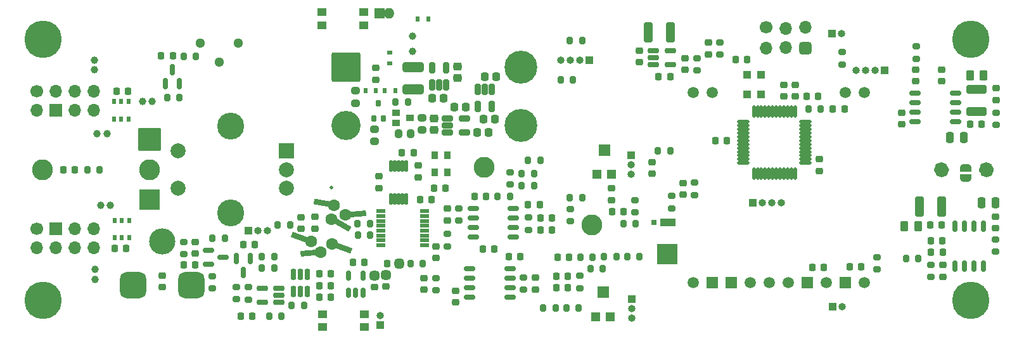
<source format=gbr>
%TF.GenerationSoftware,KiCad,Pcbnew,(6.0.4-0)*%
%TF.CreationDate,2024-06-09T15:54:22-04:00*%
%TF.ProjectId,SignalSnagger,5369676e-616c-4536-9e61-676765722e6b,rev?*%
%TF.SameCoordinates,Original*%
%TF.FileFunction,Soldermask,Top*%
%TF.FilePolarity,Negative*%
%FSLAX46Y46*%
G04 Gerber Fmt 4.6, Leading zero omitted, Abs format (unit mm)*
G04 Created by KiCad (PCBNEW (6.0.4-0)) date 2024-06-09 15:54:22*
%MOMM*%
%LPD*%
G01*
G04 APERTURE LIST*
G04 Aperture macros list*
%AMRoundRect*
0 Rectangle with rounded corners*
0 $1 Rounding radius*
0 $2 $3 $4 $5 $6 $7 $8 $9 X,Y pos of 4 corners*
0 Add a 4 corners polygon primitive as box body*
4,1,4,$2,$3,$4,$5,$6,$7,$8,$9,$2,$3,0*
0 Add four circle primitives for the rounded corners*
1,1,$1+$1,$2,$3*
1,1,$1+$1,$4,$5*
1,1,$1+$1,$6,$7*
1,1,$1+$1,$8,$9*
0 Add four rect primitives between the rounded corners*
20,1,$1+$1,$2,$3,$4,$5,0*
20,1,$1+$1,$4,$5,$6,$7,0*
20,1,$1+$1,$6,$7,$8,$9,0*
20,1,$1+$1,$8,$9,$2,$3,0*%
%AMRotRect*
0 Rectangle, with rotation*
0 The origin of the aperture is its center*
0 $1 length*
0 $2 width*
0 $3 Rotation angle, in degrees counterclockwise*
0 Add horizontal line*
21,1,$1,$2,0,0,$3*%
%AMFreePoly0*
4,1,22,0.500000,-0.750000,0.000000,-0.750000,0.000000,-0.745033,-0.079941,-0.743568,-0.215256,-0.701293,-0.333266,-0.622738,-0.424486,-0.514219,-0.481581,-0.384460,-0.499164,-0.250000,-0.500000,-0.250000,-0.500000,0.250000,-0.499164,0.250000,-0.499963,0.256109,-0.478152,0.396186,-0.417904,0.524511,-0.324060,0.630769,-0.204165,0.706417,-0.067858,0.745374,0.000000,0.744959,0.000000,0.750000,
0.500000,0.750000,0.500000,-0.750000,0.500000,-0.750000,$1*%
%AMFreePoly1*
4,1,20,0.000000,0.744959,0.073905,0.744508,0.209726,0.703889,0.328688,0.626782,0.421226,0.519385,0.479903,0.390333,0.500000,0.250000,0.500000,-0.250000,0.499851,-0.262216,0.476331,-0.402017,0.414519,-0.529596,0.319384,-0.634700,0.198574,-0.708877,0.061801,-0.746166,0.000000,-0.745033,0.000000,-0.750000,-0.500000,-0.750000,-0.500000,0.750000,0.000000,0.750000,0.000000,0.744959,
0.000000,0.744959,$1*%
G04 Aperture macros list end*
%ADD10C,1.004000*%
%ADD11RoundRect,0.225000X0.250000X-0.225000X0.250000X0.225000X-0.250000X0.225000X-0.250000X-0.225000X0*%
%ADD12C,5.000000*%
%ADD13RoundRect,0.225000X-0.250000X0.225000X-0.250000X-0.225000X0.250000X-0.225000X0.250000X0.225000X0*%
%ADD14R,0.600000X0.700000*%
%ADD15RoundRect,0.225000X-0.225000X-0.250000X0.225000X-0.250000X0.225000X0.250000X-0.225000X0.250000X0*%
%ADD16RoundRect,0.200000X0.275000X-0.200000X0.275000X0.200000X-0.275000X0.200000X-0.275000X-0.200000X0*%
%ADD17RoundRect,0.300000X0.275000X-0.200000X0.275000X0.200000X-0.275000X0.200000X-0.275000X-0.200000X0*%
%ADD18RoundRect,0.200000X-0.275000X0.200000X-0.275000X-0.200000X0.275000X-0.200000X0.275000X0.200000X0*%
%ADD19RoundRect,0.250000X-0.262500X-0.450000X0.262500X-0.450000X0.262500X0.450000X-0.262500X0.450000X0*%
%ADD20RoundRect,0.200000X-0.200000X-0.275000X0.200000X-0.275000X0.200000X0.275000X-0.200000X0.275000X0*%
%ADD21RoundRect,0.200000X0.200000X0.275000X-0.200000X0.275000X-0.200000X-0.275000X0.200000X-0.275000X0*%
%ADD22RoundRect,0.225000X0.225000X0.250000X-0.225000X0.250000X-0.225000X-0.250000X0.225000X-0.250000X0*%
%ADD23C,2.800000*%
%ADD24R,1.000000X1.000000*%
%ADD25O,1.000000X1.000000*%
%ADD26RoundRect,0.250000X-0.325000X-1.100000X0.325000X-1.100000X0.325000X1.100000X-0.325000X1.100000X0*%
%ADD27RoundRect,0.070000X-0.150000X0.700000X-0.150000X-0.700000X0.150000X-0.700000X0.150000X0.700000X0*%
%ADD28RoundRect,0.150000X-0.625000X-0.150000X0.625000X-0.150000X0.625000X0.150000X-0.625000X0.150000X0*%
%ADD29RoundRect,0.250000X-0.250000X-0.475000X0.250000X-0.475000X0.250000X0.475000X-0.250000X0.475000X0*%
%ADD30RoundRect,0.325000X-0.225000X-0.250000X0.225000X-0.250000X0.225000X0.250000X-0.225000X0.250000X0*%
%ADD31RoundRect,0.220000X0.512500X0.150000X-0.512500X0.150000X-0.512500X-0.150000X0.512500X-0.150000X0*%
%ADD32RoundRect,0.150000X0.150000X-0.512500X0.150000X0.512500X-0.150000X0.512500X-0.150000X-0.512500X0*%
%ADD33RoundRect,0.425000X0.225000X0.250000X-0.225000X0.250000X-0.225000X-0.250000X0.225000X-0.250000X0*%
%ADD34R,0.510000X0.700000*%
%ADD35RoundRect,0.250000X-0.150000X0.512500X-0.150000X-0.512500X0.150000X-0.512500X0.150000X0.512500X0*%
%ADD36RoundRect,0.150000X0.150000X-0.587500X0.150000X0.587500X-0.150000X0.587500X-0.150000X-0.587500X0*%
%ADD37RoundRect,0.150000X0.150000X-0.625000X0.150000X0.625000X-0.150000X0.625000X-0.150000X-0.625000X0*%
%ADD38RoundRect,0.325000X-0.250000X0.225000X-0.250000X-0.225000X0.250000X-0.225000X0.250000X0.225000X0*%
%ADD39RoundRect,0.220000X0.150000X-0.512500X0.150000X0.512500X-0.150000X0.512500X-0.150000X-0.512500X0*%
%ADD40R,0.900000X1.000000*%
%ADD41RoundRect,0.250000X0.325000X1.100000X-0.325000X1.100000X-0.325000X-1.100000X0.325000X-1.100000X0*%
%ADD42RoundRect,0.070000X-0.500000X-0.200000X0.500000X-0.200000X0.500000X0.200000X-0.500000X0.200000X0*%
%ADD43RoundRect,0.250000X-0.512500X-0.150000X0.512500X-0.150000X0.512500X0.150000X-0.512500X0.150000X0*%
%ADD44RoundRect,0.145000X0.075000X-0.662500X0.075000X0.662500X-0.075000X0.662500X-0.075000X-0.662500X0*%
%ADD45RoundRect,0.145000X0.662500X-0.075000X0.662500X0.075000X-0.662500X0.075000X-0.662500X-0.075000X0*%
%ADD46RoundRect,0.220000X-0.512500X-0.150000X0.512500X-0.150000X0.512500X0.150000X-0.512500X0.150000X0*%
%ADD47RoundRect,0.100000X-1.400000X-1.400000X1.400000X-1.400000X1.400000X1.400000X-1.400000X1.400000X0*%
%ADD48RoundRect,0.100000X-0.225000X-0.350000X0.225000X-0.350000X0.225000X0.350000X-0.225000X0.350000X0*%
%ADD49RoundRect,0.218750X0.218750X0.256250X-0.218750X0.256250X-0.218750X-0.256250X0.218750X-0.256250X0*%
%ADD50RoundRect,0.325000X0.225000X0.250000X-0.225000X0.250000X-0.225000X-0.250000X0.225000X-0.250000X0*%
%ADD51R,2.800000X2.800000*%
%ADD52RoundRect,0.325000X0.250000X-0.225000X0.250000X0.225000X-0.250000X0.225000X-0.250000X-0.225000X0*%
%ADD53RoundRect,0.250000X0.150000X-0.512500X0.150000X0.512500X-0.150000X0.512500X-0.150000X-0.512500X0*%
%ADD54RoundRect,0.100000X-0.450000X0.350000X-0.450000X-0.350000X0.450000X-0.350000X0.450000X0.350000X0*%
%ADD55R,1.200000X1.000000*%
%ADD56RoundRect,0.425000X-0.250000X0.225000X-0.250000X-0.225000X0.250000X-0.225000X0.250000X0.225000X0*%
%ADD57RoundRect,0.218750X-0.218750X-0.256250X0.218750X-0.256250X0.218750X0.256250X-0.218750X0.256250X0*%
%ADD58R,1.200000X1.200000*%
%ADD59R,1.600000X1.500000*%
%ADD60R,1.000000X1.050000*%
%ADD61RoundRect,0.350000X1.100000X-0.325000X1.100000X0.325000X-1.100000X0.325000X-1.100000X-0.325000X0*%
%ADD62RoundRect,0.150000X-0.587500X-0.150000X0.587500X-0.150000X0.587500X0.150000X-0.587500X0.150000X0*%
%ADD63R,0.700000X0.600000*%
%ADD64RoundRect,0.200000X0.500000X-0.500000X0.500000X0.500000X-0.500000X0.500000X-0.500000X-0.500000X0*%
%ADD65O,1.400000X1.400000*%
%ADD66C,1.000000*%
%ADD67RoundRect,0.250000X1.100000X-0.325000X1.100000X0.325000X-1.100000X0.325000X-1.100000X-0.325000X0*%
%ADD68R,2.000000X1.100000*%
%ADD69R,0.800000X0.800000*%
%ADD70RoundRect,0.150000X-0.150000X0.587500X-0.150000X-0.587500X0.150000X-0.587500X0.150000X0.587500X0*%
%ADD71RoundRect,0.300000X-0.200000X-0.275000X0.200000X-0.275000X0.200000X0.275000X-0.200000X0.275000X0*%
%ADD72FreePoly0,270.000000*%
%ADD73FreePoly1,270.000000*%
%ADD74RoundRect,0.875000X0.875000X-0.875000X0.875000X0.875000X-0.875000X0.875000X-0.875000X-0.875000X0*%
%ADD75O,3.500000X3.500000*%
%ADD76R,2.000000X2.000000*%
%ADD77C,2.000000*%
%ADD78C,3.600000*%
%ADD79C,1.700000*%
%ADD80O,1.700000X1.700000*%
%ADD81RoundRect,0.425000X-0.425000X0.425000X-0.425000X-0.425000X0.425000X-0.425000X0.425000X0.425000X0*%
%ADD82C,1.500000*%
%ADD83R,1.500000X1.500000*%
%ADD84R,1.700000X1.700000*%
%ADD85RotRect,0.750000X3.000000X95.000000*%
%ADD86C,0.500000*%
%ADD87C,1.600000*%
%ADD88RotRect,0.750000X3.000000X80.000000*%
%ADD89RotRect,0.750000X3.000000X70.000000*%
%ADD90RotRect,0.750000X3.000000X60.000000*%
%ADD91C,1.300000*%
%ADD92C,4.400000*%
%ADD93RoundRect,0.250002X-1.699998X1.699998X-1.699998X-1.699998X1.699998X-1.699998X1.699998X1.699998X0*%
%ADD94C,3.900000*%
G04 APERTURE END LIST*
D10*
%TO.C,J301*%
X208502000Y-96186000D02*
G75*
G03*
X208502000Y-96186000I-502000J0D01*
G01*
X202502000Y-96186000D02*
G75*
G03*
X202502000Y-96186000I-502000J0D01*
G01*
%TD*%
D11*
%TO.C,C309*%
X157940000Y-100230000D03*
X157940000Y-98680000D03*
%TD*%
D12*
%TO.C,REF\u002A\u002A*%
X81964000Y-113665000D03*
%TD*%
D13*
%TO.C,C924*%
X137050000Y-112375000D03*
X137050000Y-113925000D03*
%TD*%
D14*
%TO.C,D202*%
X126450000Y-85610000D03*
X125050000Y-85610000D03*
%TD*%
D15*
%TO.C,C902*%
X150525000Y-110390000D03*
X152075000Y-110390000D03*
%TD*%
D16*
%TO.C,R308*%
X161060000Y-101890000D03*
X161060000Y-100240000D03*
%TD*%
D13*
%TO.C,C114*%
X134450000Y-106415000D03*
X134450000Y-107965000D03*
%TD*%
D15*
%TO.C,C310*%
X148420000Y-104260000D03*
X149970000Y-104260000D03*
%TD*%
D17*
%TO.C,R214*%
X126210000Y-92395000D03*
X126210000Y-90745000D03*
%TD*%
D18*
%TO.C,R107*%
X104530000Y-110385000D03*
X104530000Y-112035000D03*
%TD*%
D19*
%TO.C,R320*%
X205797500Y-83560000D03*
X207622500Y-83560000D03*
%TD*%
D11*
%TO.C,C218*%
X167762500Y-82855000D03*
X167762500Y-81305000D03*
%TD*%
D20*
%TO.C,R307*%
X159505000Y-103375000D03*
X161155000Y-103375000D03*
%TD*%
D21*
%TO.C,R109*%
X125635000Y-103360000D03*
X123985000Y-103360000D03*
%TD*%
D22*
%TO.C,C215*%
X186275000Y-109190000D03*
X184725000Y-109190000D03*
%TD*%
D21*
%TO.C,R901*%
X156765000Y-109400000D03*
X155115000Y-109400000D03*
%TD*%
D20*
%TO.C,R314*%
X151865000Y-114620000D03*
X153515000Y-114620000D03*
%TD*%
D23*
%TO.C,J105*%
X96170000Y-96190000D03*
%TD*%
D24*
%TO.C,RV102*%
X109372500Y-104300000D03*
D25*
X110642500Y-104300000D03*
X111912500Y-104300000D03*
%TD*%
D11*
%TO.C,C213*%
X180917901Y-86389599D03*
X180917901Y-84839599D03*
%TD*%
D26*
%TO.C,C211*%
X162795000Y-77780000D03*
X165745000Y-77780000D03*
%TD*%
D16*
%TO.C,R310*%
X144330000Y-98175000D03*
X144330000Y-96525000D03*
%TD*%
D13*
%TO.C,C312*%
X202000000Y-82805000D03*
X202000000Y-84355000D03*
%TD*%
D15*
%TO.C,C313*%
X157955000Y-101795000D03*
X159505000Y-101795000D03*
%TD*%
D20*
%TO.C,R930*%
X156925000Y-107800000D03*
X158575000Y-107800000D03*
%TD*%
%TO.C,R931*%
X159995000Y-107760000D03*
X161645000Y-107760000D03*
%TD*%
D18*
%TO.C,R110*%
X109420000Y-111862500D03*
X109420000Y-113512500D03*
%TD*%
D27*
%TO.C,U202*%
X130435000Y-95650000D03*
X129935000Y-95650000D03*
X129435000Y-95650000D03*
X128935000Y-95650000D03*
X128435000Y-95650000D03*
X128435000Y-100050000D03*
X128935000Y-100050000D03*
X129435000Y-100050000D03*
X129935000Y-100050000D03*
X130435000Y-100050000D03*
%TD*%
D28*
%TO.C,U304*%
X198460000Y-85955000D03*
X198460000Y-87225000D03*
X198460000Y-88495000D03*
X198460000Y-89765000D03*
X203860000Y-89765000D03*
X203860000Y-88495000D03*
X203860000Y-87225000D03*
X203860000Y-85955000D03*
%TD*%
D24*
%TO.C,TP301*%
X160530000Y-94225000D03*
D25*
X160530000Y-95495000D03*
X160530000Y-96765000D03*
%TD*%
D22*
%TO.C,C122*%
X142265000Y-106810000D03*
X140715000Y-106810000D03*
%TD*%
D18*
%TO.C,R911*%
X209230000Y-105505000D03*
X209230000Y-107155000D03*
%TD*%
D20*
%TO.C,R907*%
X197275000Y-108070000D03*
X198925000Y-108070000D03*
%TD*%
D22*
%TO.C,C207*%
X131465000Y-93870000D03*
X129915000Y-93870000D03*
%TD*%
D29*
%TO.C,C912*%
X207330000Y-100630000D03*
X209230000Y-100630000D03*
%TD*%
D20*
%TO.C,R304*%
X145895000Y-98310000D03*
X147545000Y-98310000D03*
%TD*%
D15*
%TO.C,C126*%
X118865000Y-111680000D03*
X120415000Y-111680000D03*
%TD*%
D11*
%TO.C,C901*%
X147740000Y-112155000D03*
X147740000Y-110605000D03*
%TD*%
D13*
%TO.C,C301*%
X163350000Y-95185000D03*
X163350000Y-96735000D03*
%TD*%
D11*
%TO.C,C209*%
X161660000Y-81795000D03*
X161660000Y-80245000D03*
%TD*%
D30*
%TO.C,C224*%
X136915000Y-87780000D03*
X138465000Y-87780000D03*
%TD*%
D15*
%TO.C,C112*%
X132300000Y-100210000D03*
X133850000Y-100210000D03*
%TD*%
D31*
%TO.C,U101*%
X113497500Y-113917500D03*
X113497500Y-112967500D03*
X113497500Y-112017500D03*
X111222500Y-112017500D03*
X111222500Y-113917500D03*
%TD*%
D16*
%TO.C,R121*%
X107800000Y-113505000D03*
X107800000Y-111855000D03*
%TD*%
D15*
%TO.C,C101*%
X84650000Y-96184000D03*
X86200000Y-96184000D03*
%TD*%
D32*
%TO.C,U103*%
X122780000Y-112577500D03*
X123730000Y-112577500D03*
X124680000Y-112577500D03*
X124680000Y-110302500D03*
X122780000Y-110302500D03*
%TD*%
D11*
%TO.C,C212*%
X185637901Y-96339599D03*
X185637901Y-94789599D03*
%TD*%
D13*
%TO.C,C104*%
X97880000Y-110295000D03*
X97880000Y-111845000D03*
%TD*%
D15*
%TO.C,C910*%
X200595000Y-105660000D03*
X202145000Y-105660000D03*
%TD*%
D14*
%TO.C,D206*%
X132030000Y-76060000D03*
X133430000Y-76060000D03*
%TD*%
D23*
%TO.C,J302*%
X140920000Y-95890000D03*
%TD*%
D11*
%TO.C,C322*%
X209310000Y-86845000D03*
X209310000Y-85295000D03*
%TD*%
D33*
%TO.C,C918*%
X129515000Y-108730000D03*
D22*
X127965000Y-108730000D03*
%TD*%
D20*
%TO.C,R101*%
X87875000Y-96184000D03*
X89525000Y-96184000D03*
%TD*%
D34*
%TO.C,U105*%
X91550000Y-105270000D03*
X92500000Y-105270000D03*
X93450000Y-105270000D03*
X93450000Y-102950000D03*
X92500000Y-102950000D03*
X91550000Y-102950000D03*
%TD*%
D28*
%TO.C,U302*%
X139410000Y-101395000D03*
X139410000Y-102665000D03*
X139410000Y-103935000D03*
X139410000Y-105205000D03*
X144810000Y-105205000D03*
X144810000Y-103935000D03*
X144810000Y-102665000D03*
X144810000Y-101395000D03*
%TD*%
D20*
%TO.C,R311*%
X146765000Y-94920000D03*
X148415000Y-94920000D03*
%TD*%
%TO.C,R111*%
X115185000Y-114350000D03*
X116835000Y-114350000D03*
%TD*%
D16*
%TO.C,R103*%
X100730000Y-107455000D03*
X100730000Y-105805000D03*
%TD*%
D15*
%TO.C,C202*%
X171805000Y-92280000D03*
X173355000Y-92280000D03*
%TD*%
D28*
%TO.C,U901*%
X138940000Y-109415000D03*
X138940000Y-110685000D03*
X138940000Y-111955000D03*
X138940000Y-113225000D03*
X144340000Y-113225000D03*
X144340000Y-111955000D03*
X144340000Y-110685000D03*
X144340000Y-109415000D03*
%TD*%
D20*
%TO.C,R916*%
X153760000Y-107840000D03*
X155410000Y-107840000D03*
%TD*%
D16*
%TO.C,R309*%
X169010000Y-99570000D03*
X169010000Y-97920000D03*
%TD*%
D18*
%TO.C,R112*%
X135980000Y-104775000D03*
X135980000Y-106425000D03*
%TD*%
D35*
%TO.C,U207*%
X141910000Y-85432500D03*
X140960000Y-85432500D03*
X140010000Y-85432500D03*
X140010000Y-87707500D03*
X141910000Y-87707500D03*
%TD*%
D20*
%TO.C,R117*%
X142675000Y-99740000D03*
X144325000Y-99740000D03*
%TD*%
D36*
%TO.C,Q101*%
X98300000Y-84717500D03*
X100200000Y-84717500D03*
X99250000Y-82842500D03*
%TD*%
D37*
%TO.C,U902*%
X203795000Y-109090000D03*
X205065000Y-109090000D03*
X206335000Y-109090000D03*
X207605000Y-109090000D03*
X207605000Y-103690000D03*
X206335000Y-103690000D03*
X205065000Y-103690000D03*
X203795000Y-103690000D03*
%TD*%
D13*
%TO.C,C319*%
X196670000Y-88535000D03*
X196670000Y-90085000D03*
%TD*%
D34*
%TO.C,U104*%
X93360000Y-87080000D03*
X92410000Y-87080000D03*
X91460000Y-87080000D03*
X91460000Y-89400000D03*
X92410000Y-89400000D03*
X93360000Y-89400000D03*
%TD*%
D16*
%TO.C,R213*%
X169312500Y-82915000D03*
X169312500Y-81265000D03*
%TD*%
D11*
%TO.C,C217*%
X170842500Y-80745000D03*
X170842500Y-79195000D03*
%TD*%
D17*
%TO.C,R215*%
X123710000Y-87270000D03*
X123710000Y-85620000D03*
%TD*%
D38*
%TO.C,C220*%
X137370000Y-82395000D03*
X137370000Y-83945000D03*
%TD*%
D21*
%TO.C,R207*%
X153975000Y-78960000D03*
X152325000Y-78960000D03*
%TD*%
D16*
%TO.C,R910*%
X200620000Y-110505000D03*
X200620000Y-108855000D03*
%TD*%
D30*
%TO.C,C225*%
X140785000Y-89420000D03*
X142335000Y-89420000D03*
%TD*%
D39*
%TO.C,U106*%
X115370000Y-112457500D03*
X116320000Y-112457500D03*
X117270000Y-112457500D03*
X117270000Y-110182500D03*
X116320000Y-110182500D03*
X115370000Y-110182500D03*
%TD*%
D16*
%TO.C,R915*%
X134490000Y-112305000D03*
X134490000Y-110655000D03*
%TD*%
D11*
%TO.C,C321*%
X198580000Y-84375000D03*
X198580000Y-82825000D03*
%TD*%
D20*
%TO.C,R209*%
X184212901Y-88054599D03*
X185862901Y-88054599D03*
%TD*%
D40*
%TO.C,X202*%
X136000000Y-96510000D03*
X136000000Y-94210000D03*
X134300000Y-94210000D03*
X134300000Y-96510000D03*
%TD*%
D41*
%TO.C,C907*%
X202025000Y-101110000D03*
X199075000Y-101110000D03*
%TD*%
D15*
%TO.C,C117*%
X146755000Y-100880000D03*
X148305000Y-100880000D03*
%TD*%
D22*
%TO.C,C906*%
X202165000Y-107220000D03*
X200615000Y-107220000D03*
%TD*%
D12*
%TO.C,REF\u002A\u002A*%
X205917800Y-113665000D03*
%TD*%
D42*
%TO.C,U102*%
X127105000Y-101710000D03*
X127105000Y-102360000D03*
X127105000Y-103010000D03*
X127105000Y-103660000D03*
X127105000Y-104310000D03*
X127105000Y-104960000D03*
X127105000Y-105610000D03*
X127105000Y-106260000D03*
X132905000Y-106260000D03*
X132905000Y-105610000D03*
X132905000Y-104960000D03*
X132905000Y-104310000D03*
X132905000Y-103660000D03*
X132905000Y-103010000D03*
X132905000Y-102360000D03*
X132905000Y-101710000D03*
%TD*%
D21*
%TO.C,R201*%
X130705000Y-87150000D03*
X129055000Y-87150000D03*
%TD*%
D19*
%TO.C,R909*%
X197057500Y-103770000D03*
X198882500Y-103770000D03*
%TD*%
D13*
%TO.C,C116*%
X135940000Y-101395000D03*
X135940000Y-102945000D03*
%TD*%
D22*
%TO.C,C102*%
X99285000Y-80980000D03*
X97735000Y-80980000D03*
%TD*%
D11*
%TO.C,C106*%
X116420000Y-104055000D03*
X116420000Y-102505000D03*
%TD*%
D43*
%TO.C,U206*%
X135982500Y-89330000D03*
X135982500Y-90280000D03*
X135982500Y-91230000D03*
X138257500Y-91230000D03*
X138257500Y-89330000D03*
%TD*%
D21*
%TO.C,R105*%
X106255000Y-105340000D03*
X104605000Y-105340000D03*
%TD*%
D44*
%TO.C,U201*%
X176927901Y-96697099D03*
X177427901Y-96697099D03*
X177927901Y-96697099D03*
X178427901Y-96697099D03*
X178927901Y-96697099D03*
X179427901Y-96697099D03*
X179927901Y-96697099D03*
X180427901Y-96697099D03*
X180927901Y-96697099D03*
X181427901Y-96697099D03*
X181927901Y-96697099D03*
X182427901Y-96697099D03*
D45*
X183840401Y-95284599D03*
X183840401Y-94784599D03*
X183840401Y-94284599D03*
X183840401Y-93784599D03*
X183840401Y-93284599D03*
X183840401Y-92784599D03*
X183840401Y-92284599D03*
X183840401Y-91784599D03*
X183840401Y-91284599D03*
X183840401Y-90784599D03*
X183840401Y-90284599D03*
X183840401Y-89784599D03*
D44*
X182427901Y-88372099D03*
X181927901Y-88372099D03*
X181427901Y-88372099D03*
X180927901Y-88372099D03*
X180427901Y-88372099D03*
X179927901Y-88372099D03*
X179427901Y-88372099D03*
X178927901Y-88372099D03*
X178427901Y-88372099D03*
X177927901Y-88372099D03*
X177427901Y-88372099D03*
X176927901Y-88372099D03*
D45*
X175515401Y-89784599D03*
X175515401Y-90284599D03*
X175515401Y-90784599D03*
X175515401Y-91284599D03*
X175515401Y-91784599D03*
X175515401Y-92284599D03*
X175515401Y-92784599D03*
X175515401Y-93284599D03*
X175515401Y-93784599D03*
X175515401Y-94284599D03*
X175515401Y-94784599D03*
X175515401Y-95284599D03*
%TD*%
D15*
%TO.C,C903*%
X150535000Y-111970000D03*
X152085000Y-111970000D03*
%TD*%
D30*
%TO.C,C226*%
X140955000Y-83730000D03*
X142505000Y-83730000D03*
%TD*%
D22*
%TO.C,C324*%
X207345000Y-90070000D03*
X205795000Y-90070000D03*
%TD*%
D46*
%TO.C,U204*%
X163482500Y-80240000D03*
X163482500Y-81190000D03*
X163482500Y-82140000D03*
X165757500Y-82140000D03*
X165757500Y-80240000D03*
%TD*%
D12*
%TO.C,REF\u002A\u002A*%
X81964000Y-78711000D03*
%TD*%
D16*
%TO.C,R313*%
X165920000Y-101345000D03*
X165920000Y-99695000D03*
%TD*%
D21*
%TO.C,R102*%
X102405000Y-81000000D03*
X100755000Y-81000000D03*
%TD*%
D18*
%TO.C,R212*%
X172392500Y-79165000D03*
X172392500Y-80815000D03*
%TD*%
D15*
%TO.C,C118*%
X91545000Y-106720000D03*
X93095000Y-106720000D03*
%TD*%
D47*
%TO.C,J107*%
X96160000Y-92130000D03*
%TD*%
D48*
%TO.C,Q202*%
X126130000Y-89325000D03*
X127430000Y-89325000D03*
X126780000Y-87325000D03*
%TD*%
D22*
%TO.C,C909*%
X202015000Y-103560000D03*
X200465000Y-103560000D03*
%TD*%
D21*
%TO.C,R914*%
X132705000Y-108700000D03*
X131055000Y-108700000D03*
%TD*%
D49*
%TO.C,L201*%
X185535401Y-86354599D03*
X183960401Y-86354599D03*
%TD*%
D18*
%TO.C,R205*%
X193410000Y-107865000D03*
X193410000Y-109515000D03*
%TD*%
D16*
%TO.C,R301*%
X152400000Y-103065000D03*
X152400000Y-101415000D03*
%TD*%
D15*
%TO.C,C119*%
X118865000Y-113210000D03*
X120415000Y-113210000D03*
%TD*%
D50*
%TO.C,C201*%
X135495000Y-86620000D03*
X133945000Y-86620000D03*
%TD*%
D20*
%TO.C,R118*%
X98535000Y-86570000D03*
X100185000Y-86570000D03*
%TD*%
D16*
%TO.C,R322*%
X209300000Y-90185000D03*
X209300000Y-88535000D03*
%TD*%
D11*
%TO.C,C204*%
X126440000Y-84135000D03*
X126440000Y-82585000D03*
%TD*%
D51*
%TO.C,J106*%
X96190000Y-100170000D03*
%TD*%
D21*
%TO.C,R122*%
X112865000Y-109350000D03*
X111215000Y-109350000D03*
%TD*%
D52*
%TO.C,C222*%
X134220000Y-90845000D03*
X134220000Y-89295000D03*
%TD*%
D51*
%TO.C,J304*%
X165330000Y-107440000D03*
%TD*%
D53*
%TO.C,U203*%
X133910000Y-84877500D03*
X134860000Y-84877500D03*
X135810000Y-84877500D03*
X135810000Y-82602500D03*
X133910000Y-82602500D03*
%TD*%
D11*
%TO.C,C919*%
X132880000Y-112215000D03*
X132880000Y-110665000D03*
%TD*%
D54*
%TO.C,Q201*%
X129120000Y-88610000D03*
X129120000Y-89910000D03*
X131020000Y-89260000D03*
%TD*%
D16*
%TO.C,R903*%
X146140000Y-112200000D03*
X146140000Y-110550000D03*
%TD*%
D55*
%TO.C,SW201*%
X124800000Y-76850000D03*
X119200000Y-76850000D03*
X124800000Y-75150000D03*
X119200000Y-75150000D03*
%TD*%
D56*
%TO.C,C115*%
X126240000Y-110295000D03*
D13*
X126240000Y-111845000D03*
%TD*%
D57*
%TO.C,L101*%
X118862500Y-110090000D03*
X120437500Y-110090000D03*
%TD*%
D11*
%TO.C,C206*%
X132095000Y-97185000D03*
X132095000Y-95635000D03*
%TD*%
D13*
%TO.C,C203*%
X182457901Y-84839599D03*
X182457901Y-86389599D03*
%TD*%
D22*
%TO.C,C219*%
X165755000Y-83730000D03*
X164205000Y-83730000D03*
%TD*%
D58*
%TO.C,RV302*%
X155950000Y-96805000D03*
D59*
X156950000Y-93555000D03*
D58*
X157950000Y-96805000D03*
%TD*%
D13*
%TO.C,C314*%
X167450000Y-97960000D03*
X167450000Y-99510000D03*
%TD*%
D24*
%TO.C,J219*%
X127015000Y-116972500D03*
D25*
X127015000Y-115702500D03*
%TD*%
D15*
%TO.C,C214*%
X187485000Y-88030000D03*
X189035000Y-88030000D03*
%TD*%
D22*
%TO.C,C110*%
X102275000Y-108910000D03*
X100725000Y-108910000D03*
%TD*%
D16*
%TO.C,R321*%
X198600000Y-81375000D03*
X198600000Y-79725000D03*
%TD*%
D20*
%TO.C,R312*%
X148775000Y-114640000D03*
X150425000Y-114640000D03*
%TD*%
D60*
%TO.C,X901*%
X176052901Y-83484599D03*
X176052901Y-86084599D03*
X177902901Y-86084599D03*
X177902901Y-83484599D03*
%TD*%
D15*
%TO.C,C221*%
X174465000Y-81420000D03*
X176015000Y-81420000D03*
%TD*%
D61*
%TO.C,C210*%
X131400000Y-85445000D03*
X131400000Y-82495000D03*
%TD*%
D22*
%TO.C,C108*%
X93335000Y-85660000D03*
X91785000Y-85660000D03*
%TD*%
D20*
%TO.C,R302*%
X152345000Y-99900000D03*
X153995000Y-99900000D03*
%TD*%
D15*
%TO.C,C311*%
X148390000Y-102660000D03*
X149940000Y-102660000D03*
%TD*%
D62*
%TO.C,Q103*%
X104092500Y-106910000D03*
X104092500Y-108810000D03*
X105967500Y-107860000D03*
%TD*%
D18*
%TO.C,R902*%
X153640000Y-110345000D03*
X153640000Y-111995000D03*
%TD*%
%TO.C,R113*%
X137510000Y-101345000D03*
X137510000Y-102995000D03*
%TD*%
D23*
%TO.C,J903*%
X155280000Y-103600000D03*
%TD*%
D20*
%TO.C,R303*%
X164130000Y-93615000D03*
X165780000Y-93615000D03*
%TD*%
%TO.C,R120*%
X112155000Y-115710000D03*
X113805000Y-115710000D03*
%TD*%
D63*
%TO.C,D205*%
X128280000Y-80550000D03*
X128280000Y-81950000D03*
%TD*%
D64*
%TO.C,J218*%
X126905000Y-75275000D03*
D65*
X128175000Y-75275000D03*
%TD*%
D66*
%TO.C,JP105*%
X96560000Y-87040000D03*
X95260000Y-87040000D03*
%TD*%
D29*
%TO.C,C325*%
X203080000Y-91880000D03*
X204980000Y-91880000D03*
%TD*%
D17*
%TO.C,R202*%
X132570000Y-90895000D03*
X132570000Y-89245000D03*
%TD*%
D21*
%TO.C,R206*%
X152745000Y-84150000D03*
X151095000Y-84150000D03*
%TD*%
D11*
%TO.C,C911*%
X209240000Y-103995000D03*
X209240000Y-102445000D03*
%TD*%
D67*
%TO.C,C320*%
X206650000Y-88385000D03*
X206650000Y-85435000D03*
%TD*%
D20*
%TO.C,R106*%
X113295000Y-103570000D03*
X114945000Y-103570000D03*
%TD*%
D55*
%TO.C,SW202*%
X124880000Y-115520000D03*
X119280000Y-115520000D03*
X124880000Y-117220000D03*
X119280000Y-117220000D03*
%TD*%
D15*
%TO.C,C923*%
X144165000Y-107820000D03*
X145715000Y-107820000D03*
%TD*%
D68*
%TO.C,D301*%
X165450000Y-103250000D03*
D69*
X163550000Y-103250000D03*
%TD*%
D11*
%TO.C,C208*%
X126795000Y-98615000D03*
X126795000Y-97065000D03*
%TD*%
D24*
%TO.C,TP901*%
X160580000Y-113425000D03*
D25*
X160580000Y-114695000D03*
X160580000Y-115965000D03*
%TD*%
D15*
%TO.C,C920*%
X150725000Y-107850000D03*
X152275000Y-107850000D03*
%TD*%
D56*
%TO.C,C113*%
X127800000Y-110255000D03*
D13*
X127800000Y-111805000D03*
%TD*%
D66*
%TO.C,JP202*%
X131340000Y-78330000D03*
X131340000Y-80330000D03*
%TD*%
D70*
%TO.C,Q102*%
X109690000Y-108022500D03*
X107790000Y-108022500D03*
X108740000Y-109897500D03*
%TD*%
D71*
%TO.C,R203*%
X129455000Y-91350000D03*
X131105000Y-91350000D03*
%TD*%
D15*
%TO.C,C121*%
X139605000Y-99750000D03*
X141155000Y-99750000D03*
%TD*%
D22*
%TO.C,C205*%
X135760000Y-98660000D03*
X134210000Y-98660000D03*
%TD*%
D13*
%TO.C,C105*%
X102270000Y-105855000D03*
X102270000Y-107405000D03*
%TD*%
D15*
%TO.C,C111*%
X123365000Y-108570000D03*
X124915000Y-108570000D03*
%TD*%
D16*
%TO.C,R306*%
X146805000Y-104225000D03*
X146805000Y-102575000D03*
%TD*%
%TO.C,R204*%
X188690000Y-82125000D03*
X188690000Y-80475000D03*
%TD*%
D12*
%TO.C,REF\u002A\u002A*%
X205917800Y-78711000D03*
%TD*%
D14*
%TO.C,D201*%
X127630000Y-85610000D03*
X129030000Y-85610000D03*
%TD*%
D21*
%TO.C,R108*%
X125665000Y-104950000D03*
X124015000Y-104950000D03*
%TD*%
D22*
%TO.C,C127*%
X109935000Y-115740000D03*
X108385000Y-115740000D03*
%TD*%
D72*
%TO.C,JP301*%
X205210000Y-95960000D03*
D73*
X205210000Y-97260000D03*
%TD*%
D30*
%TO.C,C223*%
X139955000Y-91240000D03*
X141505000Y-91240000D03*
%TD*%
D21*
%TO.C,R104*%
X112865000Y-107770000D03*
X111215000Y-107770000D03*
%TD*%
D22*
%TO.C,C107*%
X110255000Y-106200000D03*
X108705000Y-106200000D03*
%TD*%
D21*
%TO.C,R305*%
X147575000Y-96690000D03*
X145925000Y-96690000D03*
%TD*%
D58*
%TO.C,RV901*%
X155770000Y-115820000D03*
D59*
X156770000Y-112570000D03*
D58*
X157770000Y-115820000D03*
%TD*%
D11*
%TO.C,C109*%
X118290000Y-104025000D03*
X118290000Y-102475000D03*
%TD*%
D13*
%TO.C,C908*%
X202170000Y-108925000D03*
X202170000Y-110475000D03*
%TD*%
D15*
%TO.C,C216*%
X189715000Y-109140000D03*
X191265000Y-109140000D03*
%TD*%
D74*
%TO.C,C103*%
X101760000Y-111570000D03*
X93960000Y-111570000D03*
D75*
X97860000Y-105770000D03*
%TD*%
D66*
%TO.C,JP103*%
X88820000Y-81520000D03*
X88820000Y-82820000D03*
%TD*%
D23*
%TO.C,J108*%
X81915000Y-96186000D03*
%TD*%
D66*
%TO.C,JP106*%
X90940000Y-100940000D03*
X89640000Y-100940000D03*
%TD*%
D76*
%TO.C,SW203*%
X114500000Y-93686000D03*
D77*
X114500000Y-98686000D03*
X114500000Y-96186000D03*
D78*
X107000000Y-101986000D03*
X107000000Y-90386000D03*
D77*
X100000000Y-93686000D03*
X100000000Y-98686000D03*
%TD*%
D24*
%TO.C,J208*%
X176790000Y-100630000D03*
D25*
X178060000Y-100630000D03*
X179330000Y-100630000D03*
X180600000Y-100630000D03*
%TD*%
D24*
%TO.C,J204*%
X187495000Y-114445000D03*
D25*
X188765000Y-114445000D03*
%TD*%
D79*
%TO.C,P201*%
X178550000Y-77180000D03*
D80*
X178550000Y-79920000D03*
X181190000Y-77280000D03*
X181190000Y-79820000D03*
X183830000Y-77180000D03*
D81*
X183830000Y-79920000D03*
%TD*%
D82*
%TO.C,U205*%
X168800000Y-85880000D03*
X171340000Y-85880000D03*
X189120000Y-85880000D03*
X191660000Y-85880000D03*
X191660000Y-111280000D03*
D83*
X189120000Y-111280000D03*
D82*
X186580000Y-111280000D03*
D83*
X184040000Y-111280000D03*
D82*
X181500000Y-111280000D03*
X178960000Y-111280000D03*
X176420000Y-111280000D03*
D83*
X173880000Y-111280000D03*
X171340000Y-111280000D03*
D82*
X168800000Y-111280000D03*
%TD*%
D66*
%TO.C,JP107*%
X88870000Y-110800000D03*
X88870000Y-109500000D03*
%TD*%
D24*
%TO.C,J203*%
X187415000Y-77975000D03*
D25*
X188685000Y-77975000D03*
%TD*%
D24*
%TO.C,J209*%
X194440000Y-82880000D03*
D25*
X193170000Y-82880000D03*
X191900000Y-82880000D03*
X190630000Y-82880000D03*
%TD*%
D66*
%TO.C,JP104*%
X90490000Y-91380000D03*
X89190000Y-91380000D03*
%TD*%
D79*
%TO.C,J104*%
X81150000Y-104075000D03*
D80*
X81150000Y-106615000D03*
D84*
X83690000Y-104075000D03*
D80*
X83690000Y-106615000D03*
X86230000Y-104075000D03*
X86230000Y-106615000D03*
X88770000Y-104075000D03*
X88770000Y-106615000D03*
%TD*%
D82*
%TO.C,J301*%
X202000000Y-96186000D03*
X208000000Y-96186000D03*
%TD*%
D24*
%TO.C,TP201*%
X154930000Y-81520000D03*
D25*
X153660000Y-81520000D03*
X152390000Y-81520000D03*
X151120000Y-81520000D03*
%TD*%
D85*
%TO.C,T901*%
X123630000Y-102110000D03*
D86*
X120510000Y-98590000D03*
D87*
X122380000Y-102210000D03*
X119060000Y-107200000D03*
X120860000Y-100950000D03*
D88*
X119620000Y-100720000D03*
D85*
X117820000Y-107300000D03*
D89*
X116570000Y-105370000D03*
D87*
X117740000Y-105800000D03*
D89*
X121720000Y-106510000D03*
D87*
X120570000Y-106110000D03*
X120520000Y-102830000D03*
D90*
X121650000Y-103430000D03*
%TD*%
D79*
%TO.C,J102*%
X81150000Y-85695000D03*
D80*
X81150000Y-88235000D03*
X83690000Y-85695000D03*
D84*
X83690000Y-88235000D03*
D80*
X86230000Y-85695000D03*
X86230000Y-88235000D03*
X88770000Y-85695000D03*
X88770000Y-88235000D03*
%TD*%
D91*
%TO.C,RV101*%
X108000000Y-79280000D03*
X105460000Y-81820000D03*
X102920000Y-79280000D03*
%TD*%
D92*
%TO.C,BT201*%
X145815000Y-90275000D03*
X145815000Y-82475000D03*
D93*
X122415000Y-82475000D03*
D94*
X122415000Y-90275000D03*
%TD*%
M02*

</source>
